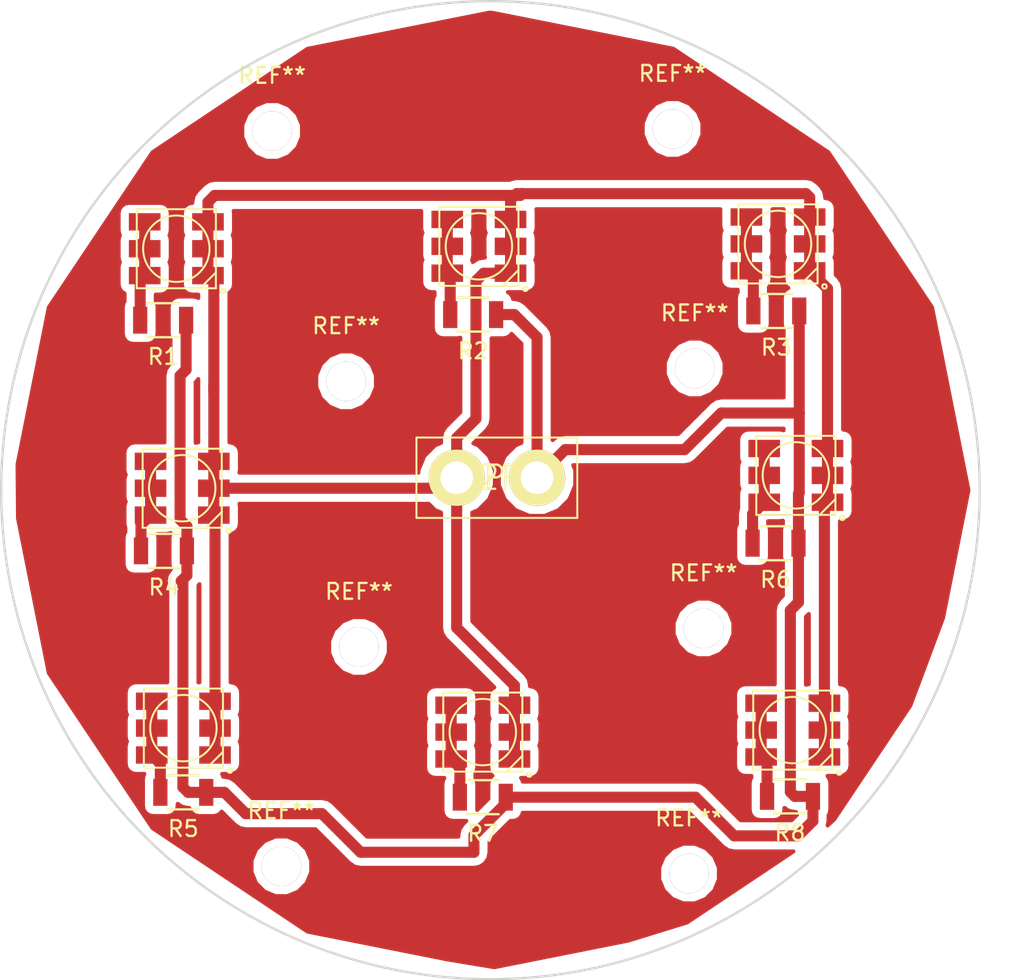
<source format=kicad_pcb>
(kicad_pcb (version 4) (host pcbnew "(2015-11-24 BZR 6329, Git e511afd)-product")

  (general
    (links 56)
    (no_connects 0)
    (area 170.157552 84.432552 235.079849 146.402648)
    (thickness 1.6)
    (drawings 1)
    (tracks 126)
    (zones 0)
    (modules 25)
    (nets 11)
  )

  (page A4)
  (layers
    (0 F.Cu signal)
    (31 B.Cu signal)
    (32 B.Adhes user)
    (33 F.Adhes user)
    (34 B.Paste user)
    (35 F.Paste user)
    (36 B.SilkS user)
    (37 F.SilkS user)
    (38 B.Mask user)
    (39 F.Mask user)
    (40 Dwgs.User user)
    (41 Cmts.User user)
    (42 Eco1.User user)
    (43 Eco2.User user)
    (44 Edge.Cuts user)
    (45 Margin user)
    (46 B.CrtYd user)
    (47 F.CrtYd user)
    (48 B.Fab user)
    (49 F.Fab user)
  )

  (setup
    (last_trace_width 0.25)
    (user_trace_width 0.7)
    (trace_clearance 0.2)
    (zone_clearance 0.508)
    (zone_45_only no)
    (trace_min 0.2)
    (segment_width 0.2)
    (edge_width 0.15)
    (via_size 0.6)
    (via_drill 0.4)
    (via_min_size 0.4)
    (via_min_drill 0.3)
    (user_via 1 0.6)
    (uvia_size 0.3)
    (uvia_drill 0.1)
    (uvias_allowed no)
    (uvia_min_size 0.2)
    (uvia_min_drill 0.1)
    (pcb_text_width 0.3)
    (pcb_text_size 1.5 1.5)
    (mod_edge_width 0.15)
    (mod_text_size 1 1)
    (mod_text_width 0.15)
    (pad_size 1.524 1.524)
    (pad_drill 0.762)
    (pad_to_mask_clearance 0.2)
    (aux_axis_origin 0 0)
    (visible_elements FFFFEF7F)
    (pcbplotparams
      (layerselection 0x00080_00000000)
      (usegerberextensions false)
      (excludeedgelayer false)
      (linewidth 0.100000)
      (plotframeref false)
      (viasonmask false)
      (mode 1)
      (useauxorigin false)
      (hpglpennumber 1)
      (hpglpenspeed 20)
      (hpglpendiameter 15)
      (hpglpenoverlay 2)
      (psnegative true)
      (psa4output false)
      (plotreference true)
      (plotvalue true)
      (plotinvisibletext false)
      (padsonsilk false)
      (subtractmaskfromsilk false)
      (outputformat 4)
      (mirror false)
      (drillshape 2)
      (scaleselection 1)
      (outputdirectory ""))
  )

  (net 0 "")
  (net 1 GND)
  (net 2 +BATT)
  (net 3 "Net-(R1-Pad2)")
  (net 4 "Net-(R2-Pad2)")
  (net 5 "Net-(R3-Pad2)")
  (net 6 "Net-(R4-Pad2)")
  (net 7 "Net-(R5-Pad2)")
  (net 8 "Net-(R6-Pad2)")
  (net 9 "Net-(R7-Pad2)")
  (net 10 "Net-(R8-Pad2)")

  (net_class Default "This is the default net class."
    (clearance 0.2)
    (trace_width 0.25)
    (via_dia 0.6)
    (via_drill 0.4)
    (uvia_dia 0.3)
    (uvia_drill 0.1)
    (add_net +BATT)
    (add_net GND)
    (add_net "Net-(R1-Pad2)")
    (add_net "Net-(R2-Pad2)")
    (add_net "Net-(R3-Pad2)")
    (add_net "Net-(R4-Pad2)")
    (add_net "Net-(R5-Pad2)")
    (add_net "Net-(R6-Pad2)")
    (add_net "Net-(R7-Pad2)")
    (add_net "Net-(R8-Pad2)")
  )

  (module SparkFun:SparkFun-1X02_XTRA_BIG (layer F.Cu) (tedit 200000) (tstamp 56971F62)
    (at 201.549 114.6302)
    (path /56971DEE)
    (attr virtual)
    (fp_text reference JP1 (at 0 0) (layer F.SilkS)
      (effects (font (thickness 0.15)))
    )
    (fp_text value M02PTH (at 0 0) (layer F.SilkS)
      (effects (font (thickness 0.15)))
    )
    (fp_line (start -5.08 -2.54) (end -5.08 2.54) (layer F.SilkS) (width 0.127))
    (fp_line (start -5.08 2.54) (end 5.08 2.54) (layer F.SilkS) (width 0.127))
    (fp_line (start 5.08 2.54) (end 5.08 -2.54) (layer F.SilkS) (width 0.127))
    (fp_line (start 5.08 -2.54) (end -5.08 -2.54) (layer F.SilkS) (width 0.127))
    (pad 1 thru_hole circle (at -2.54 0) (size 3.556 3.556) (drill 2.0574) (layers *.Cu F.Paste F.SilkS F.Mask)
      (net 1 GND))
    (pad 2 thru_hole circle (at 2.54 0) (size 3.556 3.556) (drill 2.0574) (layers *.Cu F.Paste F.SilkS F.Mask)
      (net 2 +BATT))
  )

  (module adafruit2:RGBLED5050 (layer F.Cu) (tedit 0) (tstamp 56971F9C)
    (at 181.29758 100.15474)
    (path /56970D59)
    (fp_text reference U1 (at 0.84074 -2.26314) (layer Eco1.User)
      (effects (font (size 1.27 1.27) (thickness 0.1016)))
    )
    (fp_text value RGBLED5050_RGBLED5050 (at 1.81102 4.73456) (layer Eco1.User)
      (effects (font (size 1.27 1.27) (thickness 0.1016)))
    )
    (fp_line (start -2.49936 -2.49936) (end 2.49936 -2.49936) (layer F.SilkS) (width 0.127))
    (fp_line (start 2.49936 -2.49936) (end 2.49936 1.4986) (layer F.SilkS) (width 0.127))
    (fp_line (start 2.49936 1.4986) (end 2.49936 2.49936) (layer F.SilkS) (width 0.127))
    (fp_line (start 2.49936 2.49936) (end 1.4986 2.49936) (layer F.SilkS) (width 0.127))
    (fp_line (start 1.4986 2.49936) (end -2.49936 2.49936) (layer F.SilkS) (width 0.127))
    (fp_line (start -2.49936 2.49936) (end -2.49936 -2.49936) (layer F.SilkS) (width 0.127))
    (fp_line (start 1.4986 2.49936) (end 2.49936 1.4986) (layer F.SilkS) (width 0.127))
    (fp_circle (center 2.9337 2.68732) (end 3.0734 2.68732) (layer F.SilkS) (width 0.127))
    (fp_circle (center 0 0) (end 2.09804 0) (layer F.SilkS) (width 0.127))
    (pad 1 smd rect (at -1.99898 -1.69926) (size 1.99898 1.09982) (layers F.Cu F.Paste F.Mask)
      (net 3 "Net-(R1-Pad2)"))
    (pad 2 smd rect (at -1.99898 0) (size 1.99898 1.09982) (layers F.Cu F.Paste F.Mask)
      (net 3 "Net-(R1-Pad2)"))
    (pad 3 smd rect (at -1.99898 1.69926) (size 1.99898 1.09982) (layers F.Cu F.Paste F.Mask)
      (net 3 "Net-(R1-Pad2)"))
    (pad 4 smd rect (at 1.99898 1.69926) (size 1.99898 1.09982) (layers F.Cu F.Paste F.Mask)
      (net 1 GND))
    (pad 5 smd rect (at 1.99898 0) (size 1.99898 1.09982) (layers F.Cu F.Paste F.Mask)
      (net 1 GND))
    (pad 6 smd rect (at 1.99898 -1.69926) (size 1.99898 1.09982) (layers F.Cu F.Paste F.Mask)
      (net 1 GND))
  )

  (module adafruit2:RGBLED5050 (layer F.Cu) (tedit 0) (tstamp 56971FA6)
    (at 200.41362 100.00234)
    (path /56970EC7)
    (fp_text reference U2 (at 0.84074 -2.26314) (layer Eco1.User)
      (effects (font (size 1.27 1.27) (thickness 0.1016)))
    )
    (fp_text value RGBLED5050_RGBLED5050 (at 1.81102 4.73456) (layer Eco1.User)
      (effects (font (size 1.27 1.27) (thickness 0.1016)))
    )
    (fp_line (start -2.49936 -2.49936) (end 2.49936 -2.49936) (layer F.SilkS) (width 0.127))
    (fp_line (start 2.49936 -2.49936) (end 2.49936 1.4986) (layer F.SilkS) (width 0.127))
    (fp_line (start 2.49936 1.4986) (end 2.49936 2.49936) (layer F.SilkS) (width 0.127))
    (fp_line (start 2.49936 2.49936) (end 1.4986 2.49936) (layer F.SilkS) (width 0.127))
    (fp_line (start 1.4986 2.49936) (end -2.49936 2.49936) (layer F.SilkS) (width 0.127))
    (fp_line (start -2.49936 2.49936) (end -2.49936 -2.49936) (layer F.SilkS) (width 0.127))
    (fp_line (start 1.4986 2.49936) (end 2.49936 1.4986) (layer F.SilkS) (width 0.127))
    (fp_circle (center 2.9337 2.68732) (end 3.0734 2.68732) (layer F.SilkS) (width 0.127))
    (fp_circle (center 0 0) (end 2.09804 0) (layer F.SilkS) (width 0.127))
    (pad 1 smd rect (at -1.99898 -1.69926) (size 1.99898 1.09982) (layers F.Cu F.Paste F.Mask)
      (net 4 "Net-(R2-Pad2)"))
    (pad 2 smd rect (at -1.99898 0) (size 1.99898 1.09982) (layers F.Cu F.Paste F.Mask)
      (net 4 "Net-(R2-Pad2)"))
    (pad 3 smd rect (at -1.99898 1.69926) (size 1.99898 1.09982) (layers F.Cu F.Paste F.Mask)
      (net 4 "Net-(R2-Pad2)"))
    (pad 4 smd rect (at 1.99898 1.69926) (size 1.99898 1.09982) (layers F.Cu F.Paste F.Mask)
      (net 1 GND))
    (pad 5 smd rect (at 1.99898 0) (size 1.99898 1.09982) (layers F.Cu F.Paste F.Mask)
      (net 1 GND))
    (pad 6 smd rect (at 1.99898 -1.69926) (size 1.99898 1.09982) (layers F.Cu F.Paste F.Mask)
      (net 1 GND))
  )

  (module adafruit2:RGBLED5050 (layer F.Cu) (tedit 0) (tstamp 56971FB0)
    (at 219.31122 99.84994)
    (path /56971135)
    (fp_text reference U3 (at 0.84074 -2.26314) (layer Eco1.User)
      (effects (font (size 1.27 1.27) (thickness 0.1016)))
    )
    (fp_text value RGBLED5050_RGBLED5050 (at 1.81102 4.73456) (layer Eco1.User)
      (effects (font (size 1.27 1.27) (thickness 0.1016)))
    )
    (fp_line (start -2.49936 -2.49936) (end 2.49936 -2.49936) (layer F.SilkS) (width 0.127))
    (fp_line (start 2.49936 -2.49936) (end 2.49936 1.4986) (layer F.SilkS) (width 0.127))
    (fp_line (start 2.49936 1.4986) (end 2.49936 2.49936) (layer F.SilkS) (width 0.127))
    (fp_line (start 2.49936 2.49936) (end 1.4986 2.49936) (layer F.SilkS) (width 0.127))
    (fp_line (start 1.4986 2.49936) (end -2.49936 2.49936) (layer F.SilkS) (width 0.127))
    (fp_line (start -2.49936 2.49936) (end -2.49936 -2.49936) (layer F.SilkS) (width 0.127))
    (fp_line (start 1.4986 2.49936) (end 2.49936 1.4986) (layer F.SilkS) (width 0.127))
    (fp_circle (center 2.9337 2.68732) (end 3.0734 2.68732) (layer F.SilkS) (width 0.127))
    (fp_circle (center 0 0) (end 2.09804 0) (layer F.SilkS) (width 0.127))
    (pad 1 smd rect (at -1.99898 -1.69926) (size 1.99898 1.09982) (layers F.Cu F.Paste F.Mask)
      (net 5 "Net-(R3-Pad2)"))
    (pad 2 smd rect (at -1.99898 0) (size 1.99898 1.09982) (layers F.Cu F.Paste F.Mask)
      (net 5 "Net-(R3-Pad2)"))
    (pad 3 smd rect (at -1.99898 1.69926) (size 1.99898 1.09982) (layers F.Cu F.Paste F.Mask)
      (net 5 "Net-(R3-Pad2)"))
    (pad 4 smd rect (at 1.99898 1.69926) (size 1.99898 1.09982) (layers F.Cu F.Paste F.Mask)
      (net 1 GND))
    (pad 5 smd rect (at 1.99898 0) (size 1.99898 1.09982) (layers F.Cu F.Paste F.Mask)
      (net 1 GND))
    (pad 6 smd rect (at 1.99898 -1.69926) (size 1.99898 1.09982) (layers F.Cu F.Paste F.Mask)
      (net 1 GND))
  )

  (module adafruit2:RGBLED5050 (layer F.Cu) (tedit 0) (tstamp 56971FBA)
    (at 181.66842 115.29314)
    (path /569717B9)
    (fp_text reference U4 (at 0.84074 -2.26314) (layer Eco1.User)
      (effects (font (size 1.27 1.27) (thickness 0.1016)))
    )
    (fp_text value RGBLED5050_RGBLED5050 (at 1.81102 4.73456) (layer Eco1.User)
      (effects (font (size 1.27 1.27) (thickness 0.1016)))
    )
    (fp_line (start -2.49936 -2.49936) (end 2.49936 -2.49936) (layer F.SilkS) (width 0.127))
    (fp_line (start 2.49936 -2.49936) (end 2.49936 1.4986) (layer F.SilkS) (width 0.127))
    (fp_line (start 2.49936 1.4986) (end 2.49936 2.49936) (layer F.SilkS) (width 0.127))
    (fp_line (start 2.49936 2.49936) (end 1.4986 2.49936) (layer F.SilkS) (width 0.127))
    (fp_line (start 1.4986 2.49936) (end -2.49936 2.49936) (layer F.SilkS) (width 0.127))
    (fp_line (start -2.49936 2.49936) (end -2.49936 -2.49936) (layer F.SilkS) (width 0.127))
    (fp_line (start 1.4986 2.49936) (end 2.49936 1.4986) (layer F.SilkS) (width 0.127))
    (fp_circle (center 2.9337 2.68732) (end 3.0734 2.68732) (layer F.SilkS) (width 0.127))
    (fp_circle (center 0 0) (end 2.09804 0) (layer F.SilkS) (width 0.127))
    (pad 1 smd rect (at -1.99898 -1.69926) (size 1.99898 1.09982) (layers F.Cu F.Paste F.Mask)
      (net 6 "Net-(R4-Pad2)"))
    (pad 2 smd rect (at -1.99898 0) (size 1.99898 1.09982) (layers F.Cu F.Paste F.Mask)
      (net 6 "Net-(R4-Pad2)"))
    (pad 3 smd rect (at -1.99898 1.69926) (size 1.99898 1.09982) (layers F.Cu F.Paste F.Mask)
      (net 6 "Net-(R4-Pad2)"))
    (pad 4 smd rect (at 1.99898 1.69926) (size 1.99898 1.09982) (layers F.Cu F.Paste F.Mask)
      (net 1 GND))
    (pad 5 smd rect (at 1.99898 0) (size 1.99898 1.09982) (layers F.Cu F.Paste F.Mask)
      (net 1 GND))
    (pad 6 smd rect (at 1.99898 -1.69926) (size 1.99898 1.09982) (layers F.Cu F.Paste F.Mask)
      (net 1 GND))
  )

  (module adafruit2:RGBLED5050 (layer F.Cu) (tedit 0) (tstamp 56971FC4)
    (at 220.43898 114.48034)
    (path /56971B46)
    (fp_text reference U5 (at 0.84074 -2.26314) (layer Eco1.User)
      (effects (font (size 1.27 1.27) (thickness 0.1016)))
    )
    (fp_text value RGBLED5050_RGBLED5050 (at 1.81102 4.73456) (layer Eco1.User)
      (effects (font (size 1.27 1.27) (thickness 0.1016)))
    )
    (fp_line (start -2.49936 -2.49936) (end 2.49936 -2.49936) (layer F.SilkS) (width 0.127))
    (fp_line (start 2.49936 -2.49936) (end 2.49936 1.4986) (layer F.SilkS) (width 0.127))
    (fp_line (start 2.49936 1.4986) (end 2.49936 2.49936) (layer F.SilkS) (width 0.127))
    (fp_line (start 2.49936 2.49936) (end 1.4986 2.49936) (layer F.SilkS) (width 0.127))
    (fp_line (start 1.4986 2.49936) (end -2.49936 2.49936) (layer F.SilkS) (width 0.127))
    (fp_line (start -2.49936 2.49936) (end -2.49936 -2.49936) (layer F.SilkS) (width 0.127))
    (fp_line (start 1.4986 2.49936) (end 2.49936 1.4986) (layer F.SilkS) (width 0.127))
    (fp_circle (center 2.9337 2.68732) (end 3.0734 2.68732) (layer F.SilkS) (width 0.127))
    (fp_circle (center 0 0) (end 2.09804 0) (layer F.SilkS) (width 0.127))
    (pad 1 smd rect (at -1.99898 -1.69926) (size 1.99898 1.09982) (layers F.Cu F.Paste F.Mask)
      (net 8 "Net-(R6-Pad2)"))
    (pad 2 smd rect (at -1.99898 0) (size 1.99898 1.09982) (layers F.Cu F.Paste F.Mask)
      (net 8 "Net-(R6-Pad2)"))
    (pad 3 smd rect (at -1.99898 1.69926) (size 1.99898 1.09982) (layers F.Cu F.Paste F.Mask)
      (net 8 "Net-(R6-Pad2)"))
    (pad 4 smd rect (at 1.99898 1.69926) (size 1.99898 1.09982) (layers F.Cu F.Paste F.Mask)
      (net 1 GND))
    (pad 5 smd rect (at 1.99898 0) (size 1.99898 1.09982) (layers F.Cu F.Paste F.Mask)
      (net 1 GND))
    (pad 6 smd rect (at 1.99898 -1.69926) (size 1.99898 1.09982) (layers F.Cu F.Paste F.Mask)
      (net 1 GND))
  )

  (module adafruit2:RGBLED5050 (layer F.Cu) (tedit 0) (tstamp 56971FCE)
    (at 181.74462 130.45694)
    (path /5697170B)
    (fp_text reference U6 (at 0.84074 -2.26314) (layer Eco1.User)
      (effects (font (size 1.27 1.27) (thickness 0.1016)))
    )
    (fp_text value RGBLED5050_RGBLED5050 (at 1.81102 4.73456) (layer Eco1.User)
      (effects (font (size 1.27 1.27) (thickness 0.1016)))
    )
    (fp_line (start -2.49936 -2.49936) (end 2.49936 -2.49936) (layer F.SilkS) (width 0.127))
    (fp_line (start 2.49936 -2.49936) (end 2.49936 1.4986) (layer F.SilkS) (width 0.127))
    (fp_line (start 2.49936 1.4986) (end 2.49936 2.49936) (layer F.SilkS) (width 0.127))
    (fp_line (start 2.49936 2.49936) (end 1.4986 2.49936) (layer F.SilkS) (width 0.127))
    (fp_line (start 1.4986 2.49936) (end -2.49936 2.49936) (layer F.SilkS) (width 0.127))
    (fp_line (start -2.49936 2.49936) (end -2.49936 -2.49936) (layer F.SilkS) (width 0.127))
    (fp_line (start 1.4986 2.49936) (end 2.49936 1.4986) (layer F.SilkS) (width 0.127))
    (fp_circle (center 2.9337 2.68732) (end 3.0734 2.68732) (layer F.SilkS) (width 0.127))
    (fp_circle (center 0 0) (end 2.09804 0) (layer F.SilkS) (width 0.127))
    (pad 1 smd rect (at -1.99898 -1.69926) (size 1.99898 1.09982) (layers F.Cu F.Paste F.Mask)
      (net 7 "Net-(R5-Pad2)"))
    (pad 2 smd rect (at -1.99898 0) (size 1.99898 1.09982) (layers F.Cu F.Paste F.Mask)
      (net 7 "Net-(R5-Pad2)"))
    (pad 3 smd rect (at -1.99898 1.69926) (size 1.99898 1.09982) (layers F.Cu F.Paste F.Mask)
      (net 7 "Net-(R5-Pad2)"))
    (pad 4 smd rect (at 1.99898 1.69926) (size 1.99898 1.09982) (layers F.Cu F.Paste F.Mask)
      (net 1 GND))
    (pad 5 smd rect (at 1.99898 0) (size 1.99898 1.09982) (layers F.Cu F.Paste F.Mask)
      (net 1 GND))
    (pad 6 smd rect (at 1.99898 -1.69926) (size 1.99898 1.09982) (layers F.Cu F.Paste F.Mask)
      (net 1 GND))
  )

  (module adafruit2:RGBLED5050 (layer F.Cu) (tedit 0) (tstamp 56971FD8)
    (at 200.66 130.7084)
    (path /56972237)
    (fp_text reference U7 (at 0.84074 -2.26314) (layer Eco1.User)
      (effects (font (size 1.27 1.27) (thickness 0.1016)))
    )
    (fp_text value RGBLED5050_RGBLED5050 (at 1.81102 4.73456) (layer Eco1.User)
      (effects (font (size 1.27 1.27) (thickness 0.1016)))
    )
    (fp_line (start -2.49936 -2.49936) (end 2.49936 -2.49936) (layer F.SilkS) (width 0.127))
    (fp_line (start 2.49936 -2.49936) (end 2.49936 1.4986) (layer F.SilkS) (width 0.127))
    (fp_line (start 2.49936 1.4986) (end 2.49936 2.49936) (layer F.SilkS) (width 0.127))
    (fp_line (start 2.49936 2.49936) (end 1.4986 2.49936) (layer F.SilkS) (width 0.127))
    (fp_line (start 1.4986 2.49936) (end -2.49936 2.49936) (layer F.SilkS) (width 0.127))
    (fp_line (start -2.49936 2.49936) (end -2.49936 -2.49936) (layer F.SilkS) (width 0.127))
    (fp_line (start 1.4986 2.49936) (end 2.49936 1.4986) (layer F.SilkS) (width 0.127))
    (fp_circle (center 2.9337 2.68732) (end 3.0734 2.68732) (layer F.SilkS) (width 0.127))
    (fp_circle (center 0 0) (end 2.09804 0) (layer F.SilkS) (width 0.127))
    (pad 1 smd rect (at -1.99898 -1.69926) (size 1.99898 1.09982) (layers F.Cu F.Paste F.Mask)
      (net 9 "Net-(R7-Pad2)"))
    (pad 2 smd rect (at -1.99898 0) (size 1.99898 1.09982) (layers F.Cu F.Paste F.Mask)
      (net 9 "Net-(R7-Pad2)"))
    (pad 3 smd rect (at -1.99898 1.69926) (size 1.99898 1.09982) (layers F.Cu F.Paste F.Mask)
      (net 9 "Net-(R7-Pad2)"))
    (pad 4 smd rect (at 1.99898 1.69926) (size 1.99898 1.09982) (layers F.Cu F.Paste F.Mask)
      (net 1 GND))
    (pad 5 smd rect (at 1.99898 0) (size 1.99898 1.09982) (layers F.Cu F.Paste F.Mask)
      (net 1 GND))
    (pad 6 smd rect (at 1.99898 -1.69926) (size 1.99898 1.09982) (layers F.Cu F.Paste F.Mask)
      (net 1 GND))
  )

  (module adafruit2:RGBLED5050 (layer F.Cu) (tedit 0) (tstamp 56971FE2)
    (at 220.2434 130.5814)
    (path /5697225D)
    (fp_text reference U8 (at 0.84074 -2.26314) (layer Eco1.User)
      (effects (font (size 1.27 1.27) (thickness 0.1016)))
    )
    (fp_text value RGBLED5050_RGBLED5050 (at 1.81102 4.73456) (layer Eco1.User)
      (effects (font (size 1.27 1.27) (thickness 0.1016)))
    )
    (fp_line (start -2.49936 -2.49936) (end 2.49936 -2.49936) (layer F.SilkS) (width 0.127))
    (fp_line (start 2.49936 -2.49936) (end 2.49936 1.4986) (layer F.SilkS) (width 0.127))
    (fp_line (start 2.49936 1.4986) (end 2.49936 2.49936) (layer F.SilkS) (width 0.127))
    (fp_line (start 2.49936 2.49936) (end 1.4986 2.49936) (layer F.SilkS) (width 0.127))
    (fp_line (start 1.4986 2.49936) (end -2.49936 2.49936) (layer F.SilkS) (width 0.127))
    (fp_line (start -2.49936 2.49936) (end -2.49936 -2.49936) (layer F.SilkS) (width 0.127))
    (fp_line (start 1.4986 2.49936) (end 2.49936 1.4986) (layer F.SilkS) (width 0.127))
    (fp_circle (center 2.9337 2.68732) (end 3.0734 2.68732) (layer F.SilkS) (width 0.127))
    (fp_circle (center 0 0) (end 2.09804 0) (layer F.SilkS) (width 0.127))
    (pad 1 smd rect (at -1.99898 -1.69926) (size 1.99898 1.09982) (layers F.Cu F.Paste F.Mask)
      (net 10 "Net-(R8-Pad2)"))
    (pad 2 smd rect (at -1.99898 0) (size 1.99898 1.09982) (layers F.Cu F.Paste F.Mask)
      (net 10 "Net-(R8-Pad2)"))
    (pad 3 smd rect (at -1.99898 1.69926) (size 1.99898 1.09982) (layers F.Cu F.Paste F.Mask)
      (net 10 "Net-(R8-Pad2)"))
    (pad 4 smd rect (at 1.99898 1.69926) (size 1.99898 1.09982) (layers F.Cu F.Paste F.Mask)
      (net 1 GND))
    (pad 5 smd rect (at 1.99898 0) (size 1.99898 1.09982) (layers F.Cu F.Paste F.Mask)
      (net 1 GND))
    (pad 6 smd rect (at 1.99898 -1.69926) (size 1.99898 1.09982) (layers F.Cu F.Paste F.Mask)
      (net 1 GND))
  )

  (module Mounting_Holes:MountingHole_2-5mm (layer F.Cu) (tedit 0) (tstamp 56972330)
    (at 212.6488 92.583)
    (descr "Mounting hole, Befestigungsbohrung, 2,5mm, No Annular, Kein Restring,")
    (tags "Mounting hole, Befestigungsbohrung, 2,5mm, No Annular, Kein Restring,")
    (fp_text reference REF** (at 0 -3.50012) (layer F.SilkS)
      (effects (font (size 1 1) (thickness 0.15)))
    )
    (fp_text value MountingHole_2-5mm (at 0.09906 3.59918) (layer F.Fab)
      (effects (font (size 1 1) (thickness 0.15)))
    )
    (fp_circle (center 0 0) (end 2.5 0) (layer Cmts.User) (width 0.381))
    (pad 1 thru_hole circle (at 0 0) (size 2.5 2.5) (drill 2.5) (layers))
  )

  (module Mounting_Holes:MountingHole_2-5mm (layer F.Cu) (tedit 0) (tstamp 56972336)
    (at 187.3504 92.71)
    (descr "Mounting hole, Befestigungsbohrung, 2,5mm, No Annular, Kein Restring,")
    (tags "Mounting hole, Befestigungsbohrung, 2,5mm, No Annular, Kein Restring,")
    (fp_text reference REF** (at 0 -3.50012) (layer F.SilkS)
      (effects (font (size 1 1) (thickness 0.15)))
    )
    (fp_text value MountingHole_2-5mm (at 0.09906 3.59918) (layer F.Fab)
      (effects (font (size 1 1) (thickness 0.15)))
    )
    (fp_circle (center 0 0) (end 2.5 0) (layer Cmts.User) (width 0.381))
    (pad 1 thru_hole circle (at 0 0) (size 2.5 2.5) (drill 2.5) (layers))
  )

  (module Mounting_Holes:MountingHole_2-5mm (layer F.Cu) (tedit 0) (tstamp 5697233C)
    (at 214.0458 107.7214)
    (descr "Mounting hole, Befestigungsbohrung, 2,5mm, No Annular, Kein Restring,")
    (tags "Mounting hole, Befestigungsbohrung, 2,5mm, No Annular, Kein Restring,")
    (fp_text reference REF** (at 0 -3.50012) (layer F.SilkS)
      (effects (font (size 1 1) (thickness 0.15)))
    )
    (fp_text value MountingHole_2-5mm (at 0.09906 3.59918) (layer F.Fab)
      (effects (font (size 1 1) (thickness 0.15)))
    )
    (fp_circle (center 0 0) (end 2.5 0) (layer Cmts.User) (width 0.381))
    (pad 1 thru_hole circle (at 0 0) (size 2.5 2.5) (drill 2.5) (layers))
  )

  (module Mounting_Holes:MountingHole_2-5mm (layer F.Cu) (tedit 0) (tstamp 56972342)
    (at 214.6046 124.1552)
    (descr "Mounting hole, Befestigungsbohrung, 2,5mm, No Annular, Kein Restring,")
    (tags "Mounting hole, Befestigungsbohrung, 2,5mm, No Annular, Kein Restring,")
    (fp_text reference REF** (at 0 -3.50012) (layer F.SilkS)
      (effects (font (size 1 1) (thickness 0.15)))
    )
    (fp_text value MountingHole_2-5mm (at 0.09906 3.59918) (layer F.Fab)
      (effects (font (size 1 1) (thickness 0.15)))
    )
    (fp_circle (center 0 0) (end 2.5 0) (layer Cmts.User) (width 0.381))
    (pad 1 thru_hole circle (at 0 0) (size 2.5 2.5) (drill 2.5) (layers))
  )

  (module Mounting_Holes:MountingHole_2-5mm (layer F.Cu) (tedit 0) (tstamp 56972348)
    (at 192.024 108.5342)
    (descr "Mounting hole, Befestigungsbohrung, 2,5mm, No Annular, Kein Restring,")
    (tags "Mounting hole, Befestigungsbohrung, 2,5mm, No Annular, Kein Restring,")
    (fp_text reference REF** (at 0 -3.50012) (layer F.SilkS)
      (effects (font (size 1 1) (thickness 0.15)))
    )
    (fp_text value MountingHole_2-5mm (at 0.09906 3.59918) (layer F.Fab)
      (effects (font (size 1 1) (thickness 0.15)))
    )
    (fp_circle (center 0 0) (end 2.5 0) (layer Cmts.User) (width 0.381))
    (pad 1 thru_hole circle (at 0 0) (size 2.5 2.5) (drill 2.5) (layers))
  )

  (module Mounting_Holes:MountingHole_2-5mm (layer F.Cu) (tedit 0) (tstamp 5697234E)
    (at 192.8368 125.3236)
    (descr "Mounting hole, Befestigungsbohrung, 2,5mm, No Annular, Kein Restring,")
    (tags "Mounting hole, Befestigungsbohrung, 2,5mm, No Annular, Kein Restring,")
    (fp_text reference REF** (at 0 -3.50012) (layer F.SilkS)
      (effects (font (size 1 1) (thickness 0.15)))
    )
    (fp_text value MountingHole_2-5mm (at 0.09906 3.59918) (layer F.Fab)
      (effects (font (size 1 1) (thickness 0.15)))
    )
    (fp_circle (center 0 0) (end 2.5 0) (layer Cmts.User) (width 0.381))
    (pad 1 thru_hole circle (at 0 0) (size 2.5 2.5) (drill 2.5) (layers))
  )

  (module Mounting_Holes:MountingHole_2-5mm (layer F.Cu) (tedit 0) (tstamp 56972354)
    (at 187.9346 139.192)
    (descr "Mounting hole, Befestigungsbohrung, 2,5mm, No Annular, Kein Restring,")
    (tags "Mounting hole, Befestigungsbohrung, 2,5mm, No Annular, Kein Restring,")
    (fp_text reference REF** (at 0 -3.50012) (layer F.SilkS)
      (effects (font (size 1 1) (thickness 0.15)))
    )
    (fp_text value MountingHole_2-5mm (at 0.09906 3.59918) (layer F.Fab)
      (effects (font (size 1 1) (thickness 0.15)))
    )
    (fp_circle (center 0 0) (end 2.5 0) (layer Cmts.User) (width 0.381))
    (pad 1 thru_hole circle (at 0 0) (size 2.5 2.5) (drill 2.5) (layers))
  )

  (module Mounting_Holes:MountingHole_2-5mm (layer F.Cu) (tedit 0) (tstamp 5697235A)
    (at 213.6902 139.6492)
    (descr "Mounting hole, Befestigungsbohrung, 2,5mm, No Annular, Kein Restring,")
    (tags "Mounting hole, Befestigungsbohrung, 2,5mm, No Annular, Kein Restring,")
    (fp_text reference REF** (at 0 -3.50012) (layer F.SilkS)
      (effects (font (size 1 1) (thickness 0.15)))
    )
    (fp_text value MountingHole_2-5mm (at 0.09906 3.59918) (layer F.Fab)
      (effects (font (size 1 1) (thickness 0.15)))
    )
    (fp_circle (center 0 0) (end 2.5 0) (layer Cmts.User) (width 0.381))
    (pad 1 thru_hole circle (at 0 0) (size 2.5 2.5) (drill 2.5) (layers))
  )

  (module Resistors_SMD:R_1206 (layer F.Cu) (tedit 5415CFA7) (tstamp 56971F92)
    (at 220.0678 134.7724 180)
    (descr "Resistor SMD 1206, reflow soldering, Vishay (see dcrcw.pdf)")
    (tags "resistor 1206")
    (path /56972126)
    (attr smd)
    (fp_text reference R8 (at 0 -2.3 180) (layer F.SilkS)
      (effects (font (size 1 1) (thickness 0.15)))
    )
    (fp_text value 150 (at 0 2.3 180) (layer F.Fab)
      (effects (font (size 1 1) (thickness 0.15)))
    )
    (fp_line (start -2.2 -1.2) (end 2.2 -1.2) (layer F.CrtYd) (width 0.05))
    (fp_line (start -2.2 1.2) (end 2.2 1.2) (layer F.CrtYd) (width 0.05))
    (fp_line (start -2.2 -1.2) (end -2.2 1.2) (layer F.CrtYd) (width 0.05))
    (fp_line (start 2.2 -1.2) (end 2.2 1.2) (layer F.CrtYd) (width 0.05))
    (fp_line (start 1 1.075) (end -1 1.075) (layer F.SilkS) (width 0.15))
    (fp_line (start -1 -1.075) (end 1 -1.075) (layer F.SilkS) (width 0.15))
    (pad 1 smd rect (at -1.45 0 180) (size 0.9 1.7) (layers F.Cu F.Paste F.Mask)
      (net 2 +BATT))
    (pad 2 smd rect (at 1.45 0 180) (size 0.9 1.7) (layers F.Cu F.Paste F.Mask)
      (net 10 "Net-(R8-Pad2)"))
    (model Resistors_SMD.3dshapes/R_1206.wrl
      (at (xyz 0 0 0))
      (scale (xyz 1 1 1))
      (rotate (xyz 0 0 0))
    )
  )

  (module Resistors_SMD:R_1206 (layer F.Cu) (tedit 5415CFA7) (tstamp 56971F8C)
    (at 200.66 134.8232 180)
    (descr "Resistor SMD 1206, reflow soldering, Vishay (see dcrcw.pdf)")
    (tags "resistor 1206")
    (path /5697208A)
    (attr smd)
    (fp_text reference R7 (at 0 -2.3 180) (layer F.SilkS)
      (effects (font (size 1 1) (thickness 0.15)))
    )
    (fp_text value 150 (at 0 2.3 180) (layer F.Fab)
      (effects (font (size 1 1) (thickness 0.15)))
    )
    (fp_line (start -2.2 -1.2) (end 2.2 -1.2) (layer F.CrtYd) (width 0.05))
    (fp_line (start -2.2 1.2) (end 2.2 1.2) (layer F.CrtYd) (width 0.05))
    (fp_line (start -2.2 -1.2) (end -2.2 1.2) (layer F.CrtYd) (width 0.05))
    (fp_line (start 2.2 -1.2) (end 2.2 1.2) (layer F.CrtYd) (width 0.05))
    (fp_line (start 1 1.075) (end -1 1.075) (layer F.SilkS) (width 0.15))
    (fp_line (start -1 -1.075) (end 1 -1.075) (layer F.SilkS) (width 0.15))
    (pad 1 smd rect (at -1.45 0 180) (size 0.9 1.7) (layers F.Cu F.Paste F.Mask)
      (net 2 +BATT))
    (pad 2 smd rect (at 1.45 0 180) (size 0.9 1.7) (layers F.Cu F.Paste F.Mask)
      (net 9 "Net-(R7-Pad2)"))
    (model Resistors_SMD.3dshapes/R_1206.wrl
      (at (xyz 0 0 0))
      (scale (xyz 1 1 1))
      (rotate (xyz 0 0 0))
    )
  )

  (module Resistors_SMD:R_1206 (layer F.Cu) (tedit 5415CFA7) (tstamp 56971F86)
    (at 219.1534 118.7704 180)
    (descr "Resistor SMD 1206, reflow soldering, Vishay (see dcrcw.pdf)")
    (tags "resistor 1206")
    (path /56971B69)
    (attr smd)
    (fp_text reference R6 (at 0 -2.3 180) (layer F.SilkS)
      (effects (font (size 1 1) (thickness 0.15)))
    )
    (fp_text value 150 (at 0 2.3 180) (layer F.Fab)
      (effects (font (size 1 1) (thickness 0.15)))
    )
    (fp_line (start -2.2 -1.2) (end 2.2 -1.2) (layer F.CrtYd) (width 0.05))
    (fp_line (start -2.2 1.2) (end 2.2 1.2) (layer F.CrtYd) (width 0.05))
    (fp_line (start -2.2 -1.2) (end -2.2 1.2) (layer F.CrtYd) (width 0.05))
    (fp_line (start 2.2 -1.2) (end 2.2 1.2) (layer F.CrtYd) (width 0.05))
    (fp_line (start 1 1.075) (end -1 1.075) (layer F.SilkS) (width 0.15))
    (fp_line (start -1 -1.075) (end 1 -1.075) (layer F.SilkS) (width 0.15))
    (pad 1 smd rect (at -1.45 0 180) (size 0.9 1.7) (layers F.Cu F.Paste F.Mask)
      (net 2 +BATT))
    (pad 2 smd rect (at 1.45 0 180) (size 0.9 1.7) (layers F.Cu F.Paste F.Mask)
      (net 8 "Net-(R6-Pad2)"))
    (model Resistors_SMD.3dshapes/R_1206.wrl
      (at (xyz 0 0 0))
      (scale (xyz 1 1 1))
      (rotate (xyz 0 0 0))
    )
  )

  (module Resistors_SMD:R_1206 (layer F.Cu) (tedit 5415CFA7) (tstamp 56971F80)
    (at 181.737 134.5184 180)
    (descr "Resistor SMD 1206, reflow soldering, Vishay (see dcrcw.pdf)")
    (tags "resistor 1206")
    (path /56971715)
    (attr smd)
    (fp_text reference R5 (at 0 -2.3 180) (layer F.SilkS)
      (effects (font (size 1 1) (thickness 0.15)))
    )
    (fp_text value 150 (at 0 2.3 180) (layer F.Fab)
      (effects (font (size 1 1) (thickness 0.15)))
    )
    (fp_line (start -2.2 -1.2) (end 2.2 -1.2) (layer F.CrtYd) (width 0.05))
    (fp_line (start -2.2 1.2) (end 2.2 1.2) (layer F.CrtYd) (width 0.05))
    (fp_line (start -2.2 -1.2) (end -2.2 1.2) (layer F.CrtYd) (width 0.05))
    (fp_line (start 2.2 -1.2) (end 2.2 1.2) (layer F.CrtYd) (width 0.05))
    (fp_line (start 1 1.075) (end -1 1.075) (layer F.SilkS) (width 0.15))
    (fp_line (start -1 -1.075) (end 1 -1.075) (layer F.SilkS) (width 0.15))
    (pad 1 smd rect (at -1.45 0 180) (size 0.9 1.7) (layers F.Cu F.Paste F.Mask)
      (net 2 +BATT))
    (pad 2 smd rect (at 1.45 0 180) (size 0.9 1.7) (layers F.Cu F.Paste F.Mask)
      (net 7 "Net-(R5-Pad2)"))
    (model Resistors_SMD.3dshapes/R_1206.wrl
      (at (xyz 0 0 0))
      (scale (xyz 1 1 1))
      (rotate (xyz 0 0 0))
    )
  )

  (module Resistors_SMD:R_1206 (layer F.Cu) (tedit 5415CFA7) (tstamp 56971F7A)
    (at 180.5156 119.253 180)
    (descr "Resistor SMD 1206, reflow soldering, Vishay (see dcrcw.pdf)")
    (tags "resistor 1206")
    (path /5697197C)
    (attr smd)
    (fp_text reference R4 (at 0 -2.3 180) (layer F.SilkS)
      (effects (font (size 1 1) (thickness 0.15)))
    )
    (fp_text value 150 (at 0 2.3 180) (layer F.Fab)
      (effects (font (size 1 1) (thickness 0.15)))
    )
    (fp_line (start -2.2 -1.2) (end 2.2 -1.2) (layer F.CrtYd) (width 0.05))
    (fp_line (start -2.2 1.2) (end 2.2 1.2) (layer F.CrtYd) (width 0.05))
    (fp_line (start -2.2 -1.2) (end -2.2 1.2) (layer F.CrtYd) (width 0.05))
    (fp_line (start 2.2 -1.2) (end 2.2 1.2) (layer F.CrtYd) (width 0.05))
    (fp_line (start 1 1.075) (end -1 1.075) (layer F.SilkS) (width 0.15))
    (fp_line (start -1 -1.075) (end 1 -1.075) (layer F.SilkS) (width 0.15))
    (pad 1 smd rect (at -1.45 0 180) (size 0.9 1.7) (layers F.Cu F.Paste F.Mask)
      (net 2 +BATT))
    (pad 2 smd rect (at 1.45 0 180) (size 0.9 1.7) (layers F.Cu F.Paste F.Mask)
      (net 6 "Net-(R4-Pad2)"))
    (model Resistors_SMD.3dshapes/R_1206.wrl
      (at (xyz 0 0 0))
      (scale (xyz 1 1 1))
      (rotate (xyz 0 0 0))
    )
  )

  (module Resistors_SMD:R_1206 (layer F.Cu) (tedit 5415CFA7) (tstamp 56971F74)
    (at 219.202 104.0892 180)
    (descr "Resistor SMD 1206, reflow soldering, Vishay (see dcrcw.pdf)")
    (tags "resistor 1206")
    (path /5697121A)
    (attr smd)
    (fp_text reference R3 (at 0 -2.3 180) (layer F.SilkS)
      (effects (font (size 1 1) (thickness 0.15)))
    )
    (fp_text value 150 (at 0 2.3 180) (layer F.Fab)
      (effects (font (size 1 1) (thickness 0.15)))
    )
    (fp_line (start -2.2 -1.2) (end 2.2 -1.2) (layer F.CrtYd) (width 0.05))
    (fp_line (start -2.2 1.2) (end 2.2 1.2) (layer F.CrtYd) (width 0.05))
    (fp_line (start -2.2 -1.2) (end -2.2 1.2) (layer F.CrtYd) (width 0.05))
    (fp_line (start 2.2 -1.2) (end 2.2 1.2) (layer F.CrtYd) (width 0.05))
    (fp_line (start 1 1.075) (end -1 1.075) (layer F.SilkS) (width 0.15))
    (fp_line (start -1 -1.075) (end 1 -1.075) (layer F.SilkS) (width 0.15))
    (pad 1 smd rect (at -1.45 0 180) (size 0.9 1.7) (layers F.Cu F.Paste F.Mask)
      (net 2 +BATT))
    (pad 2 smd rect (at 1.45 0 180) (size 0.9 1.7) (layers F.Cu F.Paste F.Mask)
      (net 5 "Net-(R3-Pad2)"))
    (model Resistors_SMD.3dshapes/R_1206.wrl
      (at (xyz 0 0 0))
      (scale (xyz 1 1 1))
      (rotate (xyz 0 0 0))
    )
  )

  (module Resistors_SMD:R_1206 (layer F.Cu) (tedit 5415CFA7) (tstamp 56971F6E)
    (at 200.0504 104.3178 180)
    (descr "Resistor SMD 1206, reflow soldering, Vishay (see dcrcw.pdf)")
    (tags "resistor 1206")
    (path /56970FAF)
    (attr smd)
    (fp_text reference R2 (at 0 -2.3 180) (layer F.SilkS)
      (effects (font (size 1 1) (thickness 0.15)))
    )
    (fp_text value 150 (at 0 2.3 180) (layer F.Fab)
      (effects (font (size 1 1) (thickness 0.15)))
    )
    (fp_line (start -2.2 -1.2) (end 2.2 -1.2) (layer F.CrtYd) (width 0.05))
    (fp_line (start -2.2 1.2) (end 2.2 1.2) (layer F.CrtYd) (width 0.05))
    (fp_line (start -2.2 -1.2) (end -2.2 1.2) (layer F.CrtYd) (width 0.05))
    (fp_line (start 2.2 -1.2) (end 2.2 1.2) (layer F.CrtYd) (width 0.05))
    (fp_line (start 1 1.075) (end -1 1.075) (layer F.SilkS) (width 0.15))
    (fp_line (start -1 -1.075) (end 1 -1.075) (layer F.SilkS) (width 0.15))
    (pad 1 smd rect (at -1.45 0 180) (size 0.9 1.7) (layers F.Cu F.Paste F.Mask)
      (net 2 +BATT))
    (pad 2 smd rect (at 1.45 0 180) (size 0.9 1.7) (layers F.Cu F.Paste F.Mask)
      (net 4 "Net-(R2-Pad2)"))
    (model Resistors_SMD.3dshapes/R_1206.wrl
      (at (xyz 0 0 0))
      (scale (xyz 1 1 1))
      (rotate (xyz 0 0 0))
    )
  )

  (module Resistors_SMD:R_1206 (layer F.Cu) (tedit 5415CFA7) (tstamp 56971F68)
    (at 180.4648 104.6734 180)
    (descr "Resistor SMD 1206, reflow soldering, Vishay (see dcrcw.pdf)")
    (tags "resistor 1206")
    (path /56970DB0)
    (attr smd)
    (fp_text reference R1 (at 0 -2.3 180) (layer F.SilkS)
      (effects (font (size 1 1) (thickness 0.15)))
    )
    (fp_text value 150 (at 0 2.3 180) (layer F.Fab)
      (effects (font (size 1 1) (thickness 0.15)))
    )
    (fp_line (start -2.2 -1.2) (end 2.2 -1.2) (layer F.CrtYd) (width 0.05))
    (fp_line (start -2.2 1.2) (end 2.2 1.2) (layer F.CrtYd) (width 0.05))
    (fp_line (start -2.2 -1.2) (end -2.2 1.2) (layer F.CrtYd) (width 0.05))
    (fp_line (start 2.2 -1.2) (end 2.2 1.2) (layer F.CrtYd) (width 0.05))
    (fp_line (start 1 1.075) (end -1 1.075) (layer F.SilkS) (width 0.15))
    (fp_line (start -1 -1.075) (end 1 -1.075) (layer F.SilkS) (width 0.15))
    (pad 1 smd rect (at -1.45 0 180) (size 0.9 1.7) (layers F.Cu F.Paste F.Mask)
      (net 2 +BATT))
    (pad 2 smd rect (at 1.45 0 180) (size 0.9 1.7) (layers F.Cu F.Paste F.Mask)
      (net 3 "Net-(R1-Pad2)"))
    (model Resistors_SMD.3dshapes/R_1206.wrl
      (at (xyz 0 0 0))
      (scale (xyz 1 1 1))
      (rotate (xyz 0 0 0))
    )
  )

  (gr_circle (center 201.1426 115.4176) (end 198.0946 84.6582) (layer Edge.Cuts) (width 0.15))

  (segment (start 183.6674 115.29314) (end 198.34606 115.29314) (width 0.7) (layer F.Cu) (net 1))
  (segment (start 198.34606 115.29314) (end 199.009 114.6302) (width 0.7) (layer F.Cu) (net 1))
  (segment (start 183.6674 108.7374) (end 183.6674 102.22484) (width 0.7) (layer F.Cu) (net 1))
  (segment (start 183.6674 113.59388) (end 183.6674 108.7374) (width 0.7) (layer F.Cu) (net 1))
  (segment (start 183.6674 108.7374) (end 183.6674 109.22) (width 0.7) (layer F.Cu) (net 1))
  (segment (start 200.2282 102.18651) (end 200.2282 110.896529) (width 0.7) (layer F.Cu) (net 1))
  (segment (start 200.2282 110.896529) (end 199.009 112.115729) (width 0.7) (layer F.Cu) (net 1))
  (segment (start 199.009 112.115729) (end 199.009 114.6302) (width 0.7) (layer F.Cu) (net 1))
  (segment (start 202.4126 101.7016) (end 200.71311 101.7016) (width 0.7) (layer F.Cu) (net 1))
  (segment (start 200.71311 101.7016) (end 200.2282 102.18651) (width 0.7) (layer F.Cu) (net 1))
  (segment (start 202.65898 129.00914) (end 202.65898 127.75923) (width 0.7) (layer F.Cu) (net 1))
  (segment (start 202.65898 127.75923) (end 199.009 124.10925) (width 0.7) (layer F.Cu) (net 1))
  (segment (start 199.009 124.10925) (end 199.009 114.6302) (width 0.7) (layer F.Cu) (net 1))
  (segment (start 202.79337 96.6724) (end 203.1492 96.6724) (width 0.7) (layer F.Cu) (net 1))
  (segment (start 203.1492 96.6724) (end 221.08183 96.6724) (width 0.7) (layer F.Cu) (net 1))
  (segment (start 183.7182 96.78393) (end 203.03767 96.78393) (width 0.7) (layer F.Cu) (net 1))
  (segment (start 203.03767 96.78393) (end 203.1492 96.6724) (width 0.7) (layer F.Cu) (net 1))
  (segment (start 183.29656 98.45548) (end 183.29656 97.20557) (width 0.7) (layer F.Cu) (net 1))
  (segment (start 183.29656 97.20557) (end 183.7182 96.78393) (width 0.7) (layer F.Cu) (net 1))
  (segment (start 201.96302 101.7016) (end 202.4126 101.7016) (width 0.7) (layer F.Cu) (net 1))
  (segment (start 202.4126 98.30308) (end 202.4126 97.05317) (width 0.7) (layer F.Cu) (net 1))
  (segment (start 202.4126 97.05317) (end 202.79337 96.6724) (width 0.7) (layer F.Cu) (net 1))
  (segment (start 221.08183 96.6724) (end 221.3102 96.90077) (width 0.7) (layer F.Cu) (net 1))
  (segment (start 221.3102 96.90077) (end 221.3102 98.15068) (width 0.7) (layer F.Cu) (net 1))
  (segment (start 183.29656 101.854) (end 183.29656 100.965) (width 0.7) (layer F.Cu) (net 1))
  (segment (start 183.29656 100.965) (end 183.29656 100.15474) (width 0.7) (layer F.Cu) (net 1))
  (segment (start 183.6674 102.22484) (end 183.29656 101.854) (width 0.7) (layer F.Cu) (net 1))
  (segment (start 183.6674 115.29314) (end 183.6674 113.59388) (width 0.7) (layer F.Cu) (net 1))
  (segment (start 183.6674 115.29314) (end 183.6674 116.9924) (width 0.7) (layer F.Cu) (net 1))
  (segment (start 183.7436 128.75768) (end 183.7436 117.0686) (width 0.7) (layer F.Cu) (net 1))
  (segment (start 183.7436 117.0686) (end 183.6674 116.9924) (width 0.7) (layer F.Cu) (net 1))
  (segment (start 183.7436 130.45694) (end 183.7436 128.75768) (width 0.7) (layer F.Cu) (net 1))
  (segment (start 183.7436 132.1562) (end 183.7436 130.45694) (width 0.7) (layer F.Cu) (net 1))
  (segment (start 202.65898 130.7084) (end 202.65898 129.00914) (width 0.7) (layer F.Cu) (net 1))
  (segment (start 202.65898 132.40766) (end 202.65898 130.7084) (width 0.7) (layer F.Cu) (net 1))
  (segment (start 183.29656 98.45548) (end 183.29656 100.15474) (width 0.7) (layer F.Cu) (net 1))
  (segment (start 202.4126 100.00234) (end 202.4126 98.30308) (width 0.7) (layer F.Cu) (net 1))
  (segment (start 202.4126 101.7016) (end 202.4126 100.00234) (width 0.7) (layer F.Cu) (net 1))
  (segment (start 222.24238 132.28066) (end 222.24238 130.5814) (width 0.7) (layer F.Cu) (net 1))
  (segment (start 222.24238 130.5814) (end 222.24238 128.88214) (width 0.7) (layer F.Cu) (net 1))
  (segment (start 222.24238 128.88214) (end 222.24238 116.37518) (width 0.7) (layer F.Cu) (net 1))
  (segment (start 222.24238 116.37518) (end 222.43796 116.1796) (width 0.7) (layer F.Cu) (net 1))
  (segment (start 222.43796 112.78108) (end 222.43796 114.48034) (width 0.7) (layer F.Cu) (net 1))
  (segment (start 222.43796 116.1796) (end 222.43796 114.48034) (width 0.7) (layer F.Cu) (net 1))
  (segment (start 221.3102 98.15068) (end 221.3102 99.84994) (width 0.7) (layer F.Cu) (net 1))
  (segment (start 221.3102 99.84994) (end 221.3102 101.5492) (width 0.7) (layer F.Cu) (net 1))
  (segment (start 222.43796 112.78108) (end 222.43796 102.67696) (width 0.7) (layer F.Cu) (net 1))
  (segment (start 222.43796 102.67696) (end 221.3102 101.5492) (width 0.7) (layer F.Cu) (net 1))
  (segment (start 216.54 137.2666) (end 214.0966 134.8232) (width 0.7) (layer F.Cu) (net 2))
  (segment (start 214.0966 134.8232) (end 202.11 134.8232) (width 0.7) (layer F.Cu) (net 2))
  (segment (start 220.5736 137.2666) (end 216.54 137.2666) (width 0.7) (layer F.Cu) (net 2))
  (segment (start 221.5178 134.7724) (end 221.5178 136.3224) (width 0.7) (layer F.Cu) (net 2))
  (segment (start 221.5178 136.3224) (end 220.5736 137.2666) (width 0.7) (layer F.Cu) (net 2))
  (segment (start 181.9656 119.253) (end 181.9656 117.703) (width 0.7) (layer F.Cu) (net 2))
  (segment (start 181.9656 117.703) (end 181.5338 117.2712) (width 0.7) (layer F.Cu) (net 2))
  (segment (start 181.5338 117.2712) (end 181.5338 108.1786) (width 0.7) (layer F.Cu) (net 2))
  (segment (start 181.5338 108.1786) (end 181.9148 107.7976) (width 0.7) (layer F.Cu) (net 2))
  (segment (start 181.9148 107.7976) (end 181.9148 104.6734) (width 0.7) (layer F.Cu) (net 2))
  (segment (start 220.091 123.0122) (end 220.6034 122.4998) (width 0.7) (layer F.Cu) (net 2))
  (segment (start 220.6034 122.4998) (end 220.6034 118.7704) (width 0.7) (layer F.Cu) (net 2))
  (segment (start 220.091 134.4956) (end 220.091 123.0122) (width 0.7) (layer F.Cu) (net 2))
  (segment (start 221.5178 134.7724) (end 220.3678 134.7724) (width 0.7) (layer F.Cu) (net 2))
  (segment (start 220.3678 134.7724) (end 220.091 134.4956) (width 0.7) (layer F.Cu) (net 2))
  (segment (start 220.652 115.5932) (end 220.652 110.5408) (width 0.7) (layer F.Cu) (net 2))
  (segment (start 220.652 110.5408) (end 220.652 104.0892) (width 0.7) (layer F.Cu) (net 2))
  (segment (start 213.410799 112.852201) (end 215.7222 110.5408) (width 0.7) (layer F.Cu) (net 2))
  (segment (start 215.7222 110.5408) (end 220.652 110.5408) (width 0.7) (layer F.Cu) (net 2))
  (segment (start 204.089 114.6302) (end 205.866999 112.852201) (width 0.7) (layer F.Cu) (net 2))
  (segment (start 205.866999 112.852201) (end 213.410799 112.852201) (width 0.7) (layer F.Cu) (net 2))
  (segment (start 220.6034 115.6418) (end 220.652 115.5932) (width 0.7) (layer F.Cu) (net 2))
  (segment (start 220.6034 118.7704) (end 220.6034 115.6418) (width 0.7) (layer F.Cu) (net 2))
  (segment (start 200.1012 138.303) (end 200.1012 137.232) (width 0.7) (layer F.Cu) (net 2))
  (segment (start 200.1012 137.232) (end 202.11 135.2232) (width 0.7) (layer F.Cu) (net 2))
  (segment (start 202.11 135.2232) (end 202.11 134.8232) (width 0.7) (layer F.Cu) (net 2))
  (segment (start 192.9384 138.303) (end 200.1012 138.303) (width 0.7) (layer F.Cu) (net 2))
  (segment (start 190.5 135.8646) (end 192.9384 138.303) (width 0.7) (layer F.Cu) (net 2))
  (segment (start 185.6832 135.8646) (end 190.5 135.8646) (width 0.7) (layer F.Cu) (net 2))
  (segment (start 183.187 134.5184) (end 184.337 134.5184) (width 0.7) (layer F.Cu) (net 2))
  (segment (start 184.337 134.5184) (end 185.6832 135.8646) (width 0.7) (layer F.Cu) (net 2))
  (segment (start 181.7116 134.193) (end 181.7116 121.2602) (width 0.7) (layer F.Cu) (net 2))
  (segment (start 181.7116 121.2602) (end 181.61 121.1586) (width 0.7) (layer F.Cu) (net 2))
  (segment (start 183.187 134.5184) (end 182.037 134.5184) (width 0.7) (layer F.Cu) (net 2))
  (segment (start 182.037 134.5184) (end 181.7116 134.193) (width 0.7) (layer F.Cu) (net 2))
  (segment (start 181.9656 119.253) (end 181.9656 120.803) (width 0.7) (layer F.Cu) (net 2))
  (segment (start 181.9656 120.803) (end 181.61 121.1586) (width 0.7) (layer F.Cu) (net 2))
  (segment (start 201.5004 104.3178) (end 202.6504 104.3178) (width 0.7) (layer F.Cu) (net 2))
  (segment (start 202.6504 104.3178) (end 204.089 105.7564) (width 0.7) (layer F.Cu) (net 2))
  (segment (start 204.089 105.7564) (end 204.089 112.115729) (width 0.7) (layer F.Cu) (net 2))
  (segment (start 204.089 112.115729) (end 204.089 114.6302) (width 0.7) (layer F.Cu) (net 2))
  (segment (start 179.0148 104.6734) (end 179.0148 102.1378) (width 0.7) (layer F.Cu) (net 3))
  (segment (start 179.0148 102.1378) (end 179.2986 101.854) (width 0.7) (layer F.Cu) (net 3))
  (segment (start 179.01666 99.8728) (end 179.2986 100.15474) (width 0.7) (layer F.Cu) (net 3))
  (segment (start 179.2986 101.854) (end 179.2986 100.6856) (width 0.7) (layer F.Cu) (net 3))
  (segment (start 179.2986 100.6856) (end 179.2478 100.7364) (width 0.7) (layer F.Cu) (net 3))
  (segment (start 179.2986 98.45548) (end 179.2986 100.6856) (width 0.7) (layer F.Cu) (net 3))
  (segment (start 198.6004 104.3178) (end 198.6004 101.88736) (width 0.7) (layer F.Cu) (net 4))
  (segment (start 198.6004 101.88736) (end 198.41464 101.7016) (width 0.7) (layer F.Cu) (net 4))
  (segment (start 198.41464 101.7016) (end 198.41464 100.00234) (width 0.7) (layer F.Cu) (net 4))
  (segment (start 198.41464 100.00234) (end 198.41464 98.30308) (width 0.7) (layer F.Cu) (net 4))
  (segment (start 198.3105 99.8982) (end 198.41464 100.00234) (width 0.7) (layer F.Cu) (net 4))
  (segment (start 217.752 104.0892) (end 217.752 101.98896) (width 0.7) (layer F.Cu) (net 5))
  (segment (start 217.752 101.98896) (end 217.31224 101.5492) (width 0.7) (layer F.Cu) (net 5))
  (segment (start 217.31224 101.5492) (end 217.31224 99.84994) (width 0.7) (layer F.Cu) (net 5))
  (segment (start 217.31224 98.15068) (end 217.31224 99.84994) (width 0.7) (layer F.Cu) (net 5))
  (segment (start 179.0656 119.253) (end 179.0656 117.59624) (width 0.7) (layer F.Cu) (net 6))
  (segment (start 179.0656 117.59624) (end 179.66944 116.9924) (width 0.7) (layer F.Cu) (net 6))
  (segment (start 179.66944 115.29314) (end 179.66944 113.59388) (width 0.7) (layer F.Cu) (net 6))
  (segment (start 179.66944 116.9924) (end 179.66944 115.29314) (width 0.7) (layer F.Cu) (net 6))
  (segment (start 179.4637 115.0874) (end 179.66944 115.29314) (width 0.7) (layer F.Cu) (net 6))
  (segment (start 180.287 134.5184) (end 180.287 132.69756) (width 0.7) (layer F.Cu) (net 7))
  (segment (start 180.287 132.69756) (end 179.74564 132.1562) (width 0.7) (layer F.Cu) (net 7))
  (segment (start 179.74564 132.1562) (end 179.74564 130.45694) (width 0.7) (layer F.Cu) (net 7))
  (segment (start 179.74564 130.45694) (end 179.74564 128.75768) (width 0.7) (layer F.Cu) (net 7))
  (segment (start 217.7034 118.7704) (end 217.7034 116.9162) (width 0.7) (layer F.Cu) (net 8))
  (segment (start 217.7034 116.9162) (end 218.44 116.1796) (width 0.7) (layer F.Cu) (net 8))
  (segment (start 218.44 116.1796) (end 218.44 114.48034) (width 0.7) (layer F.Cu) (net 8))
  (segment (start 218.44 112.78108) (end 218.44 114.48034) (width 0.7) (layer F.Cu) (net 8))
  (segment (start 199.21 134.8232) (end 199.21 132.95664) (width 0.7) (layer F.Cu) (net 9))
  (segment (start 199.21 132.95664) (end 198.66102 132.40766) (width 0.7) (layer F.Cu) (net 9))
  (segment (start 198.53402 130.8354) (end 198.66102 130.7084) (width 0.7) (layer F.Cu) (net 9))
  (segment (start 198.66102 130.7084) (end 198.66102 129.00914) (width 0.7) (layer F.Cu) (net 9))
  (segment (start 198.66102 132.40766) (end 198.66102 130.7084) (width 0.7) (layer F.Cu) (net 9))
  (segment (start 218.6178 134.7724) (end 218.6178 132.65404) (width 0.7) (layer F.Cu) (net 10))
  (segment (start 218.6178 132.65404) (end 218.24442 132.28066) (width 0.7) (layer F.Cu) (net 10))
  (segment (start 218.24442 132.28066) (end 218.24442 130.5814) (width 0.7) (layer F.Cu) (net 10))
  (segment (start 218.24442 128.88214) (end 218.24442 130.5814) (width 0.7) (layer F.Cu) (net 10))

  (zone (net 0) (net_name "") (layer F.Cu) (tstamp 0) (hatch edge 0.508)
    (connect_pads (clearance 0.508))
    (min_thickness 0.254)
    (fill yes (arc_segments 16) (thermal_gap 0.508) (thermal_bridge_width 0.508))
    (polygon
      (pts
        (xy 198.4248 84.8106) (xy 210.3628 86.106) (xy 216.7128 89.0016) (xy 224.536 95.4024) (xy 230.6574 106.4514)
        (xy 231.902 118.0592) (xy 226.2124 133.2992) (xy 217.0176 141.8082) (xy 203.3524 146.0246) (xy 188.8236 143.6116)
        (xy 178.7398 136.3726) (xy 175.26 132.0292) (xy 171.2214 122.8852) (xy 171.0944 108.8898) (xy 174.7266 99.568)
        (xy 180.8226 92.5068) (xy 188.8236 87.1982)
      )
    )
    (filled_polygon
      (pts
        (xy 201.3163 85.252104) (xy 212.699658 87.516395) (xy 222.497258 94.062942) (xy 229.043805 103.860542) (xy 231.342647 115.4176)
        (xy 229.734675 123.501422) (xy 227.670929 129.029312) (xy 222.861495 136.227139) (xy 222.4451 136.612477) (xy 222.455319 136.5611)
        (xy 222.5028 136.3224) (xy 222.5028 135.964197) (xy 222.564231 135.87429) (xy 222.61524 135.6224) (xy 222.61524 133.9224)
        (xy 222.570962 133.687083) (xy 222.436427 133.47801) (xy 223.24187 133.47801) (xy 223.477187 133.433732) (xy 223.693311 133.29466)
        (xy 223.838301 133.08246) (xy 223.88931 132.83057) (xy 223.88931 131.73075) (xy 223.845032 131.495433) (xy 223.804575 131.43256)
        (xy 223.838301 131.3832) (xy 223.88931 131.13131) (xy 223.88931 130.03149) (xy 223.845032 129.796173) (xy 223.804575 129.7333)
        (xy 223.838301 129.68394) (xy 223.88931 129.43205) (xy 223.88931 128.33223) (xy 223.845032 128.096913) (xy 223.70596 127.880789)
        (xy 223.49376 127.735799) (xy 223.24187 127.68479) (xy 223.22738 127.68479) (xy 223.22738 117.37695) (xy 223.43745 117.37695)
        (xy 223.672767 117.332672) (xy 223.888891 117.1936) (xy 224.033881 116.9814) (xy 224.08489 116.72951) (xy 224.08489 115.62969)
        (xy 224.040612 115.394373) (xy 224.000155 115.3315) (xy 224.033881 115.28214) (xy 224.08489 115.03025) (xy 224.08489 113.93043)
        (xy 224.040612 113.695113) (xy 224.000155 113.63224) (xy 224.033881 113.58288) (xy 224.08489 113.33099) (xy 224.08489 112.23117)
        (xy 224.040612 111.995853) (xy 223.90154 111.779729) (xy 223.68934 111.634739) (xy 223.43745 111.58373) (xy 223.42296 111.58373)
        (xy 223.42296 102.67696) (xy 223.347981 102.300017) (xy 223.301827 102.230943) (xy 223.13446 101.980459) (xy 222.95713 101.803129)
        (xy 222.95713 100.99929) (xy 222.912852 100.763973) (xy 222.872395 100.7011) (xy 222.906121 100.65174) (xy 222.95713 100.39985)
        (xy 222.95713 99.30003) (xy 222.912852 99.064713) (xy 222.872395 99.00184) (xy 222.906121 98.95248) (xy 222.95713 98.70059)
        (xy 222.95713 97.60077) (xy 222.912852 97.365453) (xy 222.77378 97.149329) (xy 222.56158 97.004339) (xy 222.30969 96.95333)
        (xy 222.2952 96.95333) (xy 222.2952 96.90077) (xy 222.220221 96.523827) (xy 222.0067 96.20427) (xy 221.77833 95.9759)
        (xy 221.458773 95.762379) (xy 221.08183 95.6874) (xy 202.79337 95.6874) (xy 202.416427 95.762379) (xy 202.361725 95.79893)
        (xy 183.7182 95.79893) (xy 183.341257 95.873909) (xy 183.0217 96.08743) (xy 182.60006 96.50907) (xy 182.386539 96.828627)
        (xy 182.31156 97.20557) (xy 182.31156 97.25813) (xy 182.29707 97.25813) (xy 182.061753 97.302408) (xy 181.845629 97.44148)
        (xy 181.700639 97.65368) (xy 181.64963 97.90557) (xy 181.64963 99.00539) (xy 181.693908 99.240707) (xy 181.734365 99.30358)
        (xy 181.700639 99.35294) (xy 181.64963 99.60483) (xy 181.64963 100.70465) (xy 181.693908 100.939967) (xy 181.734365 101.00284)
        (xy 181.700639 101.0522) (xy 181.64963 101.30409) (xy 181.64963 102.40391) (xy 181.693908 102.639227) (xy 181.83298 102.855351)
        (xy 182.04518 103.000341) (xy 182.29707 103.05135) (xy 182.6824 103.05135) (xy 182.6824 103.271867) (xy 182.61669 103.226969)
        (xy 182.3648 103.17596) (xy 181.4648 103.17596) (xy 181.229483 103.220238) (xy 181.013359 103.35931) (xy 180.868369 103.57151)
        (xy 180.81736 103.8234) (xy 180.81736 105.5234) (xy 180.861638 105.758717) (xy 180.9298 105.864644) (xy 180.9298 107.3896)
        (xy 180.8373 107.4821) (xy 180.623779 107.801657) (xy 180.5488 108.1786) (xy 180.5488 112.39653) (xy 178.66995 112.39653)
        (xy 178.434633 112.440808) (xy 178.218509 112.57988) (xy 178.073519 112.79208) (xy 178.02251 113.04397) (xy 178.02251 114.14379)
        (xy 178.066788 114.379107) (xy 178.107245 114.44198) (xy 178.073519 114.49134) (xy 178.02251 114.74323) (xy 178.02251 115.84305)
        (xy 178.066788 116.078367) (xy 178.107245 116.14124) (xy 178.073519 116.1906) (xy 178.02251 116.44249) (xy 178.02251 117.54231)
        (xy 178.066788 117.777627) (xy 178.0806 117.799091) (xy 178.0806 118.061203) (xy 178.019169 118.15111) (xy 177.96816 118.403)
        (xy 177.96816 120.103) (xy 178.012438 120.338317) (xy 178.15151 120.554441) (xy 178.36371 120.699431) (xy 178.6156 120.75044)
        (xy 179.5156 120.75044) (xy 179.750917 120.706162) (xy 179.967041 120.56709) (xy 180.112031 120.35489) (xy 180.16304 120.103)
        (xy 180.16304 118.403) (xy 180.122914 118.18975) (xy 180.66893 118.18975) (xy 180.904247 118.145472) (xy 180.937753 118.123912)
        (xy 180.919169 118.15111) (xy 180.86816 118.403) (xy 180.86816 120.103) (xy 180.912438 120.338317) (xy 180.961319 120.414281)
        (xy 180.9135 120.4621) (xy 180.699979 120.781657) (xy 180.625 121.1586) (xy 180.699979 121.535543) (xy 180.7266 121.575384)
        (xy 180.7266 127.56033) (xy 178.74615 127.56033) (xy 178.510833 127.604608) (xy 178.294709 127.74368) (xy 178.149719 127.95588)
        (xy 178.09871 128.20777) (xy 178.09871 129.30759) (xy 178.142988 129.542907) (xy 178.183445 129.60578) (xy 178.149719 129.65514)
        (xy 178.09871 129.90703) (xy 178.09871 131.00685) (xy 178.142988 131.242167) (xy 178.183445 131.30504) (xy 178.149719 131.3544)
        (xy 178.09871 131.60629) (xy 178.09871 132.70611) (xy 178.142988 132.941427) (xy 178.28206 133.157551) (xy 178.49426 133.302541)
        (xy 178.74615 133.35355) (xy 179.283588 133.35355) (xy 179.240569 133.41651) (xy 179.18956 133.6684) (xy 179.18956 135.3684)
        (xy 179.233838 135.603717) (xy 179.37291 135.819841) (xy 179.58511 135.964831) (xy 179.837 136.01584) (xy 180.737 136.01584)
        (xy 180.972317 135.971562) (xy 181.188441 135.83249) (xy 181.333431 135.62029) (xy 181.38444 135.3684) (xy 181.38444 135.24426)
        (xy 181.660057 135.428421) (xy 182.037 135.5034) (xy 182.114962 135.5034) (xy 182.133838 135.603717) (xy 182.27291 135.819841)
        (xy 182.48511 135.964831) (xy 182.737 136.01584) (xy 183.637 136.01584) (xy 183.872317 135.971562) (xy 184.088441 135.83249)
        (xy 184.157305 135.731705) (xy 184.9867 136.5611) (xy 185.306257 136.774621) (xy 185.6832 136.8496) (xy 190.092 136.8496)
        (xy 192.2419 138.9995) (xy 192.561457 139.213021) (xy 192.9384 139.288) (xy 200.1012 139.288) (xy 200.478143 139.213021)
        (xy 200.7977 138.9995) (xy 201.011221 138.679943) (xy 201.0862 138.303) (xy 201.0862 137.64) (xy 202.40556 136.32064)
        (xy 202.56 136.32064) (xy 202.795317 136.276362) (xy 203.011441 136.13729) (xy 203.156431 135.92509) (xy 203.180102 135.8082)
        (xy 213.6886 135.8082) (xy 215.8435 137.9631) (xy 216.163057 138.176621) (xy 216.54 138.2516) (xy 220.283266 138.2516)
        (xy 213.565029 142.740583) (xy 209.86111 143.883427) (xy 201.385889 145.569254) (xy 198.437646 145.079598) (xy 189.585542 143.318805)
        (xy 183.968033 139.565305) (xy 186.049274 139.565305) (xy 186.335643 140.258372) (xy 186.865439 140.789093) (xy 187.558005 141.076672)
        (xy 188.307905 141.077326) (xy 189.000972 140.790957) (xy 189.531693 140.261161) (xy 189.630791 140.022505) (xy 211.804874 140.022505)
        (xy 212.091243 140.715572) (xy 212.621039 141.246293) (xy 213.313605 141.533872) (xy 214.063505 141.534526) (xy 214.756572 141.248157)
        (xy 215.287293 140.718361) (xy 215.574872 140.025795) (xy 215.575526 139.275895) (xy 215.289157 138.582828) (xy 214.759361 138.052107)
        (xy 214.066795 137.764528) (xy 213.316895 137.763874) (xy 212.623828 138.050243) (xy 212.093107 138.580039) (xy 211.805528 139.272605)
        (xy 211.804874 140.022505) (xy 189.630791 140.022505) (xy 189.819272 139.568595) (xy 189.819926 138.818695) (xy 189.533557 138.125628)
        (xy 189.003761 137.594907) (xy 188.311195 137.307328) (xy 187.561295 137.306674) (xy 186.868228 137.593043) (xy 186.337507 138.122839)
        (xy 186.049928 138.815405) (xy 186.049274 139.565305) (xy 183.968033 139.565305) (xy 179.787942 136.772258) (xy 173.241395 126.974658)
        (xy 171.296802 117.19853) (xy 171.265891 113.792072) (xy 173.241395 103.860542) (xy 177.22038 97.90557) (xy 177.65167 97.90557)
        (xy 177.65167 99.00539) (xy 177.695948 99.240707) (xy 177.736405 99.30358) (xy 177.702679 99.35294) (xy 177.65167 99.60483)
        (xy 177.65167 100.70465) (xy 177.695948 100.939967) (xy 177.736405 101.00284) (xy 177.702679 101.0522) (xy 177.65167 101.30409)
        (xy 177.65167 102.40391) (xy 177.695948 102.639227) (xy 177.83502 102.855351) (xy 178.0298 102.988438) (xy 178.0298 103.481603)
        (xy 177.968369 103.57151) (xy 177.91736 103.8234) (xy 177.91736 105.5234) (xy 177.961638 105.758717) (xy 178.10071 105.974841)
        (xy 178.31291 106.119831) (xy 178.5648 106.17084) (xy 179.4648 106.17084) (xy 179.700117 106.126562) (xy 179.916241 105.98749)
        (xy 180.061231 105.77529) (xy 180.11224 105.5234) (xy 180.11224 103.8234) (xy 180.067962 103.588083) (xy 179.9998 103.482156)
        (xy 179.9998 103.05135) (xy 180.29809 103.05135) (xy 180.533407 103.007072) (xy 180.749531 102.868) (xy 180.894521 102.6558)
        (xy 180.94553 102.40391) (xy 180.94553 101.30409) (xy 180.901252 101.068773) (xy 180.860795 101.0059) (xy 180.894521 100.95654)
        (xy 180.94553 100.70465) (xy 180.94553 99.60483) (xy 180.901252 99.369513) (xy 180.860795 99.30664) (xy 180.894521 99.25728)
        (xy 180.94553 99.00539) (xy 180.94553 97.90557) (xy 180.901252 97.670253) (xy 180.76218 97.454129) (xy 180.54998 97.309139)
        (xy 180.29809 97.25813) (xy 178.29911 97.25813) (xy 178.063793 97.302408) (xy 177.847669 97.44148) (xy 177.702679 97.65368)
        (xy 177.65167 97.90557) (xy 177.22038 97.90557) (xy 179.787942 94.062942) (xy 181.254072 93.083305) (xy 185.465074 93.083305)
        (xy 185.751443 93.776372) (xy 186.281239 94.307093) (xy 186.973805 94.594672) (xy 187.723705 94.595326) (xy 188.416772 94.308957)
        (xy 188.947493 93.779161) (xy 189.235072 93.086595) (xy 189.235185 92.956305) (xy 210.763474 92.956305) (xy 211.049843 93.649372)
        (xy 211.579639 94.180093) (xy 212.272205 94.467672) (xy 213.022105 94.468326) (xy 213.715172 94.181957) (xy 214.245893 93.652161)
        (xy 214.533472 92.959595) (xy 214.534126 92.209695) (xy 214.247757 91.516628) (xy 213.717961 90.985907) (xy 213.025395 90.698328)
        (xy 212.275495 90.697674) (xy 211.582428 90.984043) (xy 211.051707 91.513839) (xy 210.764128 92.206405) (xy 210.763474 92.956305)
        (xy 189.235185 92.956305) (xy 189.235726 92.336695) (xy 188.949357 91.643628) (xy 188.419561 91.112907) (xy 187.726995 90.825328)
        (xy 186.977095 90.824674) (xy 186.284028 91.111043) (xy 185.753307 91.640839) (xy 185.465728 92.333405) (xy 185.465074 93.083305)
        (xy 181.254072 93.083305) (xy 189.585542 87.516395) (xy 201.091521 85.227713)
      )
    )
    (filled_polygon
      (pts
        (xy 197.640361 116.674649) (xy 198.024 116.83395) (xy 198.024 124.10925) (xy 198.098979 124.486193) (xy 198.3125 124.80575)
        (xy 201.386841 127.880091) (xy 201.208049 127.99514) (xy 201.063059 128.20734) (xy 201.01205 128.45923) (xy 201.01205 129.55905)
        (xy 201.056328 129.794367) (xy 201.096785 129.85724) (xy 201.063059 129.9066) (xy 201.01205 130.15849) (xy 201.01205 131.25831)
        (xy 201.056328 131.493627) (xy 201.096785 131.5565) (xy 201.063059 131.60586) (xy 201.01205 131.85775) (xy 201.01205 132.95757)
        (xy 201.056328 133.192887) (xy 201.1954 133.409011) (xy 201.277229 133.464922) (xy 201.208559 133.50911) (xy 201.063569 133.72131)
        (xy 201.01256 133.9732) (xy 201.01256 134.92764) (xy 200.30744 135.63276) (xy 200.30744 133.9732) (xy 200.263162 133.737883)
        (xy 200.195 133.631956) (xy 200.195 133.300114) (xy 200.256941 133.20946) (xy 200.30795 132.95757) (xy 200.30795 131.85775)
        (xy 200.263672 131.622433) (xy 200.223215 131.55956) (xy 200.256941 131.5102) (xy 200.30795 131.25831) (xy 200.30795 130.15849)
        (xy 200.263672 129.923173) (xy 200.223215 129.8603) (xy 200.256941 129.81094) (xy 200.30795 129.55905) (xy 200.30795 128.45923)
        (xy 200.263672 128.223913) (xy 200.1246 128.007789) (xy 199.9124 127.862799) (xy 199.66051 127.81179) (xy 197.66153 127.81179)
        (xy 197.426213 127.856068) (xy 197.210089 127.99514) (xy 197.065099 128.20734) (xy 197.01409 128.45923) (xy 197.01409 129.55905)
        (xy 197.058368 129.794367) (xy 197.098825 129.85724) (xy 197.065099 129.9066) (xy 197.01409 130.15849) (xy 197.01409 131.25831)
        (xy 197.058368 131.493627) (xy 197.098825 131.5565) (xy 197.065099 131.60586) (xy 197.01409 131.85775) (xy 197.01409 132.95757)
        (xy 197.058368 133.192887) (xy 197.19744 133.409011) (xy 197.40964 133.554001) (xy 197.66153 133.60501) (xy 198.225 133.60501)
        (xy 198.225 133.631403) (xy 198.163569 133.72131) (xy 198.11256 133.9732) (xy 198.11256 135.6732) (xy 198.156838 135.908517)
        (xy 198.29591 136.124641) (xy 198.50811 136.269631) (xy 198.76 136.32064) (xy 199.61956 136.32064) (xy 199.4047 136.5355)
        (xy 199.191179 136.855057) (xy 199.1162 137.232) (xy 199.1162 137.318) (xy 193.3464 137.318) (xy 191.1965 135.1681)
        (xy 190.876943 134.954579) (xy 190.5 134.8796) (xy 186.0912 134.8796) (xy 185.0335 133.8219) (xy 184.713943 133.608379)
        (xy 184.337 133.5334) (xy 184.259038 133.5334) (xy 184.240162 133.433083) (xy 184.188984 133.35355) (xy 184.74309 133.35355)
        (xy 184.978407 133.309272) (xy 185.194531 133.1702) (xy 185.339521 132.958) (xy 185.39053 132.70611) (xy 185.39053 131.60629)
        (xy 185.346252 131.370973) (xy 185.305795 131.3081) (xy 185.339521 131.25874) (xy 185.39053 131.00685) (xy 185.39053 129.90703)
        (xy 185.346252 129.671713) (xy 185.305795 129.60884) (xy 185.339521 129.55948) (xy 185.39053 129.30759) (xy 185.39053 128.20777)
        (xy 185.346252 127.972453) (xy 185.20718 127.756329) (xy 184.99498 127.611339) (xy 184.74309 127.56033) (xy 184.7286 127.56033)
        (xy 184.7286 125.696905) (xy 190.951474 125.696905) (xy 191.237843 126.389972) (xy 191.767639 126.920693) (xy 192.460205 127.208272)
        (xy 193.210105 127.208926) (xy 193.903172 126.922557) (xy 194.433893 126.392761) (xy 194.721472 125.700195) (xy 194.722126 124.950295)
        (xy 194.435757 124.257228) (xy 193.905961 123.726507) (xy 193.213395 123.438928) (xy 192.463495 123.438274) (xy 191.770428 123.724643)
        (xy 191.239707 124.254439) (xy 190.952128 124.947005) (xy 190.951474 125.696905) (xy 184.7286 125.696905) (xy 184.7286 118.178138)
        (xy 184.902207 118.145472) (xy 185.118331 118.0064) (xy 185.263321 117.7942) (xy 185.31433 117.54231) (xy 185.31433 116.44249)
        (xy 185.283405 116.27814) (xy 197.244544 116.27814)
      )
    )
    (filled_polygon
      (pts
        (xy 203.104 106.1644) (xy 203.104 112.426325) (xy 202.723931 112.583366) (xy 202.044551 113.261561) (xy 201.67642 114.148119)
        (xy 201.675583 115.10807) (xy 202.042166 115.995269) (xy 202.720361 116.674649) (xy 203.606919 117.04278) (xy 204.56687 117.043617)
        (xy 205.454069 116.677034) (xy 206.133449 115.998839) (xy 206.50158 115.112281) (xy 206.502417 114.15233) (xy 206.372208 113.837201)
        (xy 213.410799 113.837201) (xy 213.787742 113.762222) (xy 214.107299 113.548701) (xy 216.1302 111.5258) (xy 219.667 111.5258)
        (xy 219.667 111.629802) (xy 219.43949 111.58373) (xy 217.44051 111.58373) (xy 217.205193 111.628008) (xy 216.989069 111.76708)
        (xy 216.844079 111.97928) (xy 216.79307 112.23117) (xy 216.79307 113.33099) (xy 216.837348 113.566307) (xy 216.877805 113.62918)
        (xy 216.844079 113.67854) (xy 216.79307 113.93043) (xy 216.79307 115.03025) (xy 216.837348 115.265567) (xy 216.877805 115.32844)
        (xy 216.844079 115.3778) (xy 216.79307 115.62969) (xy 216.79307 116.54081) (xy 216.7184 116.9162) (xy 216.7184 117.578603)
        (xy 216.656969 117.66851) (xy 216.60596 117.9204) (xy 216.60596 119.6204) (xy 216.650238 119.855717) (xy 216.78931 120.071841)
        (xy 217.00151 120.216831) (xy 217.2534 120.26784) (xy 218.1534 120.26784) (xy 218.388717 120.223562) (xy 218.604841 120.08449)
        (xy 218.749831 119.87229) (xy 218.80084 119.6204) (xy 218.80084 117.9204) (xy 218.756562 117.685083) (xy 218.6884 117.579156)
        (xy 218.6884 117.37695) (xy 219.43949 117.37695) (xy 219.6184 117.343286) (xy 219.6184 117.578603) (xy 219.556969 117.66851)
        (xy 219.50596 117.9204) (xy 219.50596 119.6204) (xy 219.550238 119.855717) (xy 219.6184 119.961644) (xy 219.6184 122.0918)
        (xy 219.3945 122.3157) (xy 219.180979 122.635257) (xy 219.106 123.0122) (xy 219.106 127.68479) (xy 217.24493 127.68479)
        (xy 217.009613 127.729068) (xy 216.793489 127.86814) (xy 216.648499 128.08034) (xy 216.59749 128.33223) (xy 216.59749 129.43205)
        (xy 216.641768 129.667367) (xy 216.682225 129.73024) (xy 216.648499 129.7796) (xy 216.59749 130.03149) (xy 216.59749 131.13131)
        (xy 216.641768 131.366627) (xy 216.682225 131.4295) (xy 216.648499 131.47886) (xy 216.59749 131.73075) (xy 216.59749 132.83057)
        (xy 216.641768 133.065887) (xy 216.78084 133.282011) (xy 216.99304 133.427001) (xy 217.24493 133.47801) (xy 217.6328 133.47801)
        (xy 217.6328 133.580603) (xy 217.571369 133.67051) (xy 217.52036 133.9224) (xy 217.52036 135.6224) (xy 217.564638 135.857717)
        (xy 217.70371 136.073841) (xy 217.91591 136.218831) (xy 218.1678 136.26984) (xy 219.0678 136.26984) (xy 219.303117 136.225562)
        (xy 219.519241 136.08649) (xy 219.664231 135.87429) (xy 219.71524 135.6224) (xy 219.71524 135.49826) (xy 219.990857 135.682421)
        (xy 220.3678 135.7574) (xy 220.445762 135.7574) (xy 220.464638 135.857717) (xy 220.513519 135.933681) (xy 220.1656 136.2816)
        (xy 216.948 136.2816) (xy 214.7931 134.1267) (xy 214.473543 133.913179) (xy 214.0966 133.8382) (xy 203.182038 133.8382)
        (xy 203.163162 133.737883) (xy 203.077661 133.60501) (xy 203.65847 133.60501) (xy 203.893787 133.560732) (xy 204.109911 133.42166)
        (xy 204.254901 133.20946) (xy 204.30591 132.95757) (xy 204.30591 131.85775) (xy 204.261632 131.622433) (xy 204.221175 131.55956)
        (xy 204.254901 131.5102) (xy 204.30591 131.25831) (xy 204.30591 130.15849) (xy 204.261632 129.923173) (xy 204.221175 129.8603)
        (xy 204.254901 129.81094) (xy 204.30591 129.55905) (xy 204.30591 128.45923) (xy 204.261632 128.223913) (xy 204.12256 128.007789)
        (xy 203.91036 127.862799) (xy 203.65847 127.81179) (xy 203.64398 127.81179) (xy 203.64398 127.75923) (xy 203.569001 127.382287)
        (xy 203.35548 127.06273) (xy 200.821255 124.528505) (xy 212.719274 124.528505) (xy 213.005643 125.221572) (xy 213.535439 125.752293)
        (xy 214.228005 126.039872) (xy 214.977905 126.040526) (xy 215.670972 125.754157) (xy 216.201693 125.224361) (xy 216.489272 124.531795)
        (xy 216.489926 123.781895) (xy 216.203557 123.088828) (xy 215.673761 122.558107) (xy 214.981195 122.270528) (xy 214.231295 122.269874)
        (xy 213.538228 122.556243) (xy 213.007507 123.086039) (xy 212.719928 123.778605) (xy 212.719274 124.528505) (xy 200.821255 124.528505)
        (xy 199.994 123.70125) (xy 199.994 116.834075) (xy 200.374069 116.677034) (xy 201.053449 115.998839) (xy 201.42158 115.112281)
        (xy 201.422417 114.15233) (xy 201.055834 113.265131) (xy 200.377639 112.585751) (xy 200.062737 112.454992) (xy 200.9247 111.593029)
        (xy 201.138221 111.273472) (xy 201.2132 110.896529) (xy 201.2132 105.81524) (xy 201.9504 105.81524) (xy 202.185717 105.770962)
        (xy 202.401841 105.63189) (xy 202.470705 105.531105)
      )
    )
    (filled_polygon
      (pts
        (xy 221.25738 127.68479) (xy 221.24289 127.68479) (xy 221.076 127.716193) (xy 221.076 123.4202) (xy 221.25738 123.23882)
      )
    )
    (filled_polygon
      (pts
        (xy 182.7586 127.56033) (xy 182.74411 127.56033) (xy 182.6966 127.56927) (xy 182.6966 121.447867) (xy 182.7586 121.355077)
      )
    )
    (filled_polygon
      (pts
        (xy 196.76771 98.85299) (xy 196.811988 99.088307) (xy 196.852445 99.15118) (xy 196.818719 99.20054) (xy 196.76771 99.45243)
        (xy 196.76771 100.55225) (xy 196.811988 100.787567) (xy 196.852445 100.85044) (xy 196.818719 100.8998) (xy 196.76771 101.15169)
        (xy 196.76771 102.25151) (xy 196.811988 102.486827) (xy 196.95106 102.702951) (xy 197.16326 102.847941) (xy 197.41515 102.89895)
        (xy 197.6154 102.89895) (xy 197.6154 103.126003) (xy 197.553969 103.21591) (xy 197.50296 103.4678) (xy 197.50296 105.1678)
        (xy 197.547238 105.403117) (xy 197.68631 105.619241) (xy 197.89851 105.764231) (xy 198.1504 105.81524) (xy 199.0504 105.81524)
        (xy 199.2432 105.778962) (xy 199.2432 110.488529) (xy 198.3125 111.419229) (xy 198.098979 111.738786) (xy 198.024 112.115729)
        (xy 198.024 112.426325) (xy 197.643931 112.583366) (xy 196.964551 113.261561) (xy 196.59642 114.148119) (xy 196.59628 114.30814)
        (xy 185.281048 114.30814) (xy 185.31433 114.14379) (xy 185.31433 113.04397) (xy 185.270052 112.808653) (xy 185.13098 112.592529)
        (xy 184.91878 112.447539) (xy 184.66689 112.39653) (xy 184.6524 112.39653) (xy 184.6524 108.907505) (xy 190.138674 108.907505)
        (xy 190.425043 109.600572) (xy 190.954839 110.131293) (xy 191.647405 110.418872) (xy 192.397305 110.419526) (xy 193.090372 110.133157)
        (xy 193.621093 109.603361) (xy 193.908672 108.910795) (xy 193.909326 108.160895) (xy 193.622957 107.467828) (xy 193.093161 106.937107)
        (xy 192.400595 106.649528) (xy 191.650695 106.648874) (xy 190.957628 106.935243) (xy 190.426907 107.465039) (xy 190.139328 108.157605)
        (xy 190.138674 108.907505) (xy 184.6524 108.907505) (xy 184.6524 102.929189) (xy 184.747491 102.868) (xy 184.892481 102.6558)
        (xy 184.94349 102.40391) (xy 184.94349 101.30409) (xy 184.899212 101.068773) (xy 184.858755 101.0059) (xy 184.892481 100.95654)
        (xy 184.94349 100.70465) (xy 184.94349 99.60483) (xy 184.899212 99.369513) (xy 184.858755 99.30664) (xy 184.892481 99.25728)
        (xy 184.94349 99.00539) (xy 184.94349 97.90557) (xy 184.917779 97.76893) (xy 196.76771 97.76893)
      )
    )
    (filled_polygon
      (pts
        (xy 182.6824 112.39653) (xy 182.66791 112.39653) (xy 182.5188 112.424587) (xy 182.5188 108.5866) (xy 182.6113 108.4941)
        (xy 182.6824 108.387691)
      )
    )
    (filled_polygon
      (pts
        (xy 215.66531 98.70059) (xy 215.709588 98.935907) (xy 215.750045 98.99878) (xy 215.716319 99.04814) (xy 215.66531 99.30003)
        (xy 215.66531 100.39985) (xy 215.709588 100.635167) (xy 215.750045 100.69804) (xy 215.716319 100.7474) (xy 215.66531 100.99929)
        (xy 215.66531 102.09911) (xy 215.709588 102.334427) (xy 215.84866 102.550551) (xy 216.06086 102.695541) (xy 216.31275 102.74655)
        (xy 216.767 102.74655) (xy 216.767 102.897403) (xy 216.705569 102.98731) (xy 216.65456 103.2392) (xy 216.65456 104.9392)
        (xy 216.698838 105.174517) (xy 216.83791 105.390641) (xy 217.05011 105.535631) (xy 217.302 105.58664) (xy 218.202 105.58664)
        (xy 218.437317 105.542362) (xy 218.653441 105.40329) (xy 218.798431 105.19109) (xy 218.84944 104.9392) (xy 218.84944 103.2392)
        (xy 218.805162 103.003883) (xy 218.737 102.897956) (xy 218.737 102.580041) (xy 218.763171 102.5632) (xy 218.908161 102.351)
        (xy 218.95917 102.09911) (xy 218.95917 100.99929) (xy 218.914892 100.763973) (xy 218.874435 100.7011) (xy 218.908161 100.65174)
        (xy 218.95917 100.39985) (xy 218.95917 99.30003) (xy 218.914892 99.064713) (xy 218.874435 99.00184) (xy 218.908161 98.95248)
        (xy 218.95917 98.70059) (xy 218.95917 97.6574) (xy 219.66327 97.6574) (xy 219.66327 98.70059) (xy 219.707548 98.935907)
        (xy 219.748005 98.99878) (xy 219.714279 99.04814) (xy 219.66327 99.30003) (xy 219.66327 100.39985) (xy 219.707548 100.635167)
        (xy 219.748005 100.69804) (xy 219.714279 100.7474) (xy 219.66327 100.99929) (xy 219.66327 102.09911) (xy 219.707548 102.334427)
        (xy 219.84662 102.550551) (xy 219.970644 102.635293) (xy 219.966683 102.636038) (xy 219.750559 102.77511) (xy 219.605569 102.98731)
        (xy 219.55456 103.2392) (xy 219.55456 104.9392) (xy 219.598838 105.174517) (xy 219.667 105.280444) (xy 219.667 109.5558)
        (xy 215.7222 109.5558) (xy 215.345257 109.630779) (xy 215.0257 109.8443) (xy 213.002799 111.867201) (xy 205.866999 111.867201)
        (xy 205.490056 111.94218) (xy 205.170499 112.155701) (xy 205.074 112.2522) (xy 205.074 108.094705) (xy 212.160474 108.094705)
        (xy 212.446843 108.787772) (xy 212.976639 109.318493) (xy 213.669205 109.606072) (xy 214.419105 109.606726) (xy 215.112172 109.320357)
        (xy 215.642893 108.790561) (xy 215.930472 108.097995) (xy 215.931126 107.348095) (xy 215.644757 106.655028) (xy 215.114961 106.124307)
        (xy 214.422395 105.836728) (xy 213.672495 105.836074) (xy 212.979428 106.122443) (xy 212.448707 106.652239) (xy 212.161128 107.344805)
        (xy 212.160474 108.094705) (xy 205.074 108.094705) (xy 205.074 105.7564) (xy 204.999021 105.379457) (xy 204.7855 105.0599)
        (xy 203.3469 103.6213) (xy 203.027343 103.407779) (xy 202.6504 103.3328) (xy 202.572438 103.3328) (xy 202.553562 103.232483)
        (xy 202.41449 103.016359) (xy 202.242656 102.89895) (xy 203.41209 102.89895) (xy 203.647407 102.854672) (xy 203.863531 102.7156)
        (xy 204.008521 102.5034) (xy 204.05953 102.25151) (xy 204.05953 101.15169) (xy 204.015252 100.916373) (xy 203.974795 100.8535)
        (xy 204.008521 100.80414) (xy 204.05953 100.55225) (xy 204.05953 99.45243) (xy 204.015252 99.217113) (xy 203.974795 99.15424)
        (xy 204.008521 99.10488) (xy 204.05953 98.85299) (xy 204.05953 97.75317) (xy 204.04151 97.6574) (xy 215.66531 97.6574)
      )
    )
    (filled_polygon
      (pts
        (xy 200.76567 98.85299) (xy 200.809948 99.088307) (xy 200.850405 99.15118) (xy 200.816679 99.20054) (xy 200.76567 99.45243)
        (xy 200.76567 100.55225) (xy 200.796595 100.7166) (xy 200.71311 100.7166) (xy 200.336167 100.791579) (xy 200.032046 100.994786)
        (xy 200.017292 100.916373) (xy 199.976835 100.8535) (xy 200.010561 100.80414) (xy 200.06157 100.55225) (xy 200.06157 99.45243)
        (xy 200.017292 99.217113) (xy 199.976835 99.15424) (xy 200.010561 99.10488) (xy 200.06157 98.85299) (xy 200.06157 97.76893)
        (xy 200.76567 97.76893)
      )
    )
  )
)

</source>
